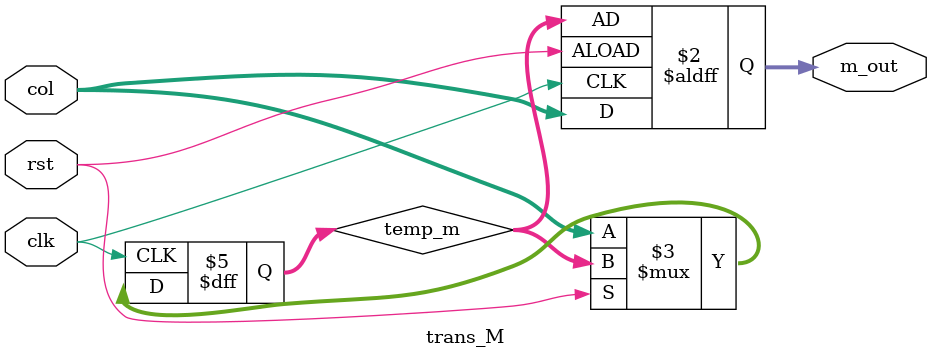
<source format=v>
module trans_M(input clk, //sinal de clock
				 input signed [39:0] col,//coluna da matriz
				 input rst, //sinal de reset
				 output reg signed [39:0] m_out); //linha da matriz resultante
				 
		reg signed [39:0] temp_m;
				 
		always@(posedge clk, posedge rst) begin
			if(rst) begin
				m_out = 40'b0; //caso haja reset, zera a linha matriz resultante
			end
			else begin
				temp_m[39:32] = col[39:32]; //elemento 1 da linha 1 se torna elemento 1 da coluna 1
				temp_m[31:24] = col[31:24]; //elemento 2 da linha 1 se torna elemento 2 da coluna 1
				temp_m[23:16] = col[23:16]; //elemento 3 da linha 1 se torna elemento 3 da coluna 1
				temp_m[15:8] = col[15:8];   //elemento 4 da linha 1 se torna elemento 4 da coluna 1
				temp_m[7:0] = col[7:0];     //elemento 5 da linha 1 se torna elemento 5 da coluna 1
			end 
			
			m_out = temp_m;

		end
	
endmodule
</source>
